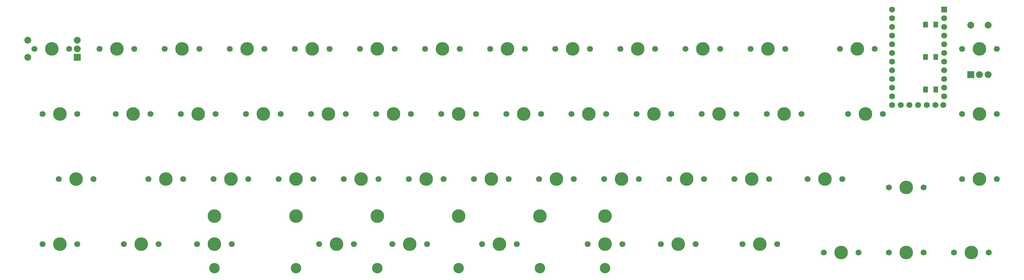
<source format=gts>
G04 #@! TF.GenerationSoftware,KiCad,Pcbnew,(5.1.9)-1*
G04 #@! TF.CreationDate,2021-06-08T15:00:23-04:00*
G04 #@! TF.ProjectId,kastenwagen-48-pcb,6b617374-656e-4776-9167-656e2d34382d,rev?*
G04 #@! TF.SameCoordinates,Original*
G04 #@! TF.FileFunction,Soldermask,Top*
G04 #@! TF.FilePolarity,Negative*
%FSLAX46Y46*%
G04 Gerber Fmt 4.6, Leading zero omitted, Abs format (unit mm)*
G04 Created by KiCad (PCBNEW (5.1.9)-1) date 2021-06-08 15:00:23*
%MOMM*%
%LPD*%
G01*
G04 APERTURE LIST*
%ADD10R,2.000000X2.000000*%
%ADD11C,2.000000*%
%ADD12C,3.987800*%
%ADD13C,1.750000*%
%ADD14C,3.048000*%
%ADD15C,1.752600*%
%ADD16R,1.752600X1.752600*%
G04 APERTURE END LIST*
D10*
G04 #@! TO.C,RSW170*
X294362500Y-32900000D03*
D11*
X296862500Y-32900000D03*
X299362500Y-32900000D03*
X294362500Y-18400000D03*
X299362500Y-18400000D03*
G04 #@! TD*
D12*
G04 #@! TO.C,MX170*
X296862500Y-25400000D03*
D13*
X291782500Y-25400000D03*
X301942500Y-25400000D03*
G04 #@! TD*
G04 #@! TO.C,D3*
G36*
G01*
X281812500Y-36625000D02*
X281812500Y-37875000D01*
G75*
G02*
X281562500Y-38125000I-250000J0D01*
G01*
X280637500Y-38125000D01*
G75*
G02*
X280387500Y-37875000I0J250000D01*
G01*
X280387500Y-36625000D01*
G75*
G02*
X280637500Y-36375000I250000J0D01*
G01*
X281562500Y-36375000D01*
G75*
G02*
X281812500Y-36625000I0J-250000D01*
G01*
G37*
G36*
G01*
X284787500Y-36625000D02*
X284787500Y-37875000D01*
G75*
G02*
X284537500Y-38125000I-250000J0D01*
G01*
X283612500Y-38125000D01*
G75*
G02*
X283362500Y-37875000I0J250000D01*
G01*
X283362500Y-36625000D01*
G75*
G02*
X283612500Y-36375000I250000J0D01*
G01*
X284537500Y-36375000D01*
G75*
G02*
X284787500Y-36625000I0J-250000D01*
G01*
G37*
G04 #@! TD*
G04 #@! TO.C,D2*
G36*
G01*
X281812500Y-27122500D02*
X281812500Y-28372500D01*
G75*
G02*
X281562500Y-28622500I-250000J0D01*
G01*
X280637500Y-28622500D01*
G75*
G02*
X280387500Y-28372500I0J250000D01*
G01*
X280387500Y-27122500D01*
G75*
G02*
X280637500Y-26872500I250000J0D01*
G01*
X281562500Y-26872500D01*
G75*
G02*
X281812500Y-27122500I0J-250000D01*
G01*
G37*
G36*
G01*
X284787500Y-27122500D02*
X284787500Y-28372500D01*
G75*
G02*
X284537500Y-28622500I-250000J0D01*
G01*
X283612500Y-28622500D01*
G75*
G02*
X283362500Y-28372500I0J250000D01*
G01*
X283362500Y-27122500D01*
G75*
G02*
X283612500Y-26872500I250000J0D01*
G01*
X284537500Y-26872500D01*
G75*
G02*
X284787500Y-27122500I0J-250000D01*
G01*
G37*
G04 #@! TD*
G04 #@! TO.C,D1*
G36*
G01*
X281812500Y-17625000D02*
X281812500Y-18875000D01*
G75*
G02*
X281562500Y-19125000I-250000J0D01*
G01*
X280637500Y-19125000D01*
G75*
G02*
X280387500Y-18875000I0J250000D01*
G01*
X280387500Y-17625000D01*
G75*
G02*
X280637500Y-17375000I250000J0D01*
G01*
X281562500Y-17375000D01*
G75*
G02*
X281812500Y-17625000I0J-250000D01*
G01*
G37*
G36*
G01*
X284787500Y-17625000D02*
X284787500Y-18875000D01*
G75*
G02*
X284537500Y-19125000I-250000J0D01*
G01*
X283612500Y-19125000D01*
G75*
G02*
X283362500Y-18875000I0J250000D01*
G01*
X283362500Y-17625000D01*
G75*
G02*
X283612500Y-17375000I250000J0D01*
G01*
X284537500Y-17375000D01*
G75*
G02*
X284787500Y-17625000I0J-250000D01*
G01*
G37*
G04 #@! TD*
D12*
G04 #@! TO.C,MX437*
X156368750Y-82550000D03*
D13*
X151288750Y-82550000D03*
X161448750Y-82550000D03*
D14*
X144462500Y-89535000D03*
X168275000Y-89535000D03*
D12*
X144462500Y-74295000D03*
X168275000Y-74295000D03*
G04 #@! TD*
G04 #@! TO.C,MX417*
X108743750Y-82550000D03*
D13*
X103663750Y-82550000D03*
X113823750Y-82550000D03*
D14*
X96837500Y-89535000D03*
X120650000Y-89535000D03*
D12*
X96837500Y-74295000D03*
X120650000Y-74295000D03*
G04 #@! TD*
G04 #@! TO.C,MX417.700*
X130175000Y-82550000D03*
D13*
X125095000Y-82550000D03*
X135255000Y-82550000D03*
D14*
X73025000Y-89535000D03*
X187325000Y-89535000D03*
D12*
X73025000Y-74295000D03*
X187325000Y-74295000D03*
G04 #@! TD*
G04 #@! TO.C,MX253*
X239712500Y-44450000D03*
D13*
X234632500Y-44450000D03*
X244792500Y-44450000D03*
G04 #@! TD*
D10*
G04 #@! TO.C,RSW100*
X32900000Y-27856250D03*
D11*
X32900000Y-25356250D03*
X32900000Y-22856250D03*
X18400000Y-27856250D03*
X18400000Y-22856250D03*
G04 #@! TD*
D15*
G04 #@! TO.C,U1*
X283960000Y-41780000D03*
X281420000Y-41780000D03*
X278880000Y-41780000D03*
X276340000Y-41780000D03*
X273800000Y-41780000D03*
X271260000Y-13840000D03*
X286271400Y-41780000D03*
X271260000Y-16380000D03*
X271260000Y-18920000D03*
X271260000Y-21460000D03*
X271260000Y-24000000D03*
X271260000Y-26540000D03*
X271260000Y-29080000D03*
X271260000Y-31620000D03*
X271260000Y-34160000D03*
X271260000Y-36700000D03*
X271260000Y-39240000D03*
X271260000Y-41780000D03*
X286500000Y-39240000D03*
X286500000Y-36700000D03*
X286500000Y-34160000D03*
X286500000Y-31620000D03*
X286500000Y-29080000D03*
X286500000Y-26540000D03*
X286500000Y-24000000D03*
X286500000Y-21460000D03*
X286500000Y-18920000D03*
X286500000Y-16380000D03*
D16*
X286500000Y-13840000D03*
G04 #@! TD*
D12*
G04 #@! TO.C,MX476*
X294481250Y-84931250D03*
D13*
X289401250Y-84931250D03*
X299561250Y-84931250D03*
G04 #@! TD*
D12*
G04 #@! TO.C,MX467*
X275431250Y-84931250D03*
D13*
X270351250Y-84931250D03*
X280511250Y-84931250D03*
G04 #@! TD*
D12*
G04 #@! TO.C,MX457*
X256381250Y-84931250D03*
D13*
X251301250Y-84931250D03*
X261461250Y-84931250D03*
G04 #@! TD*
D12*
G04 #@! TO.C,MX456*
X232568750Y-82550000D03*
D13*
X227488750Y-82550000D03*
X237648750Y-82550000D03*
G04 #@! TD*
D12*
G04 #@! TO.C,MX447*
X208756250Y-82550000D03*
D13*
X203676250Y-82550000D03*
X213836250Y-82550000D03*
G04 #@! TD*
D12*
G04 #@! TO.C,MX446*
X187325000Y-82550000D03*
D13*
X182245000Y-82550000D03*
X192405000Y-82550000D03*
G04 #@! TD*
D12*
G04 #@! TO.C,MX416*
X73025000Y-82550000D03*
D13*
X67945000Y-82550000D03*
X78105000Y-82550000D03*
G04 #@! TD*
D12*
G04 #@! TO.C,MX407*
X51593750Y-82550000D03*
D13*
X46513750Y-82550000D03*
X56673750Y-82550000D03*
G04 #@! TD*
D12*
G04 #@! TO.C,MX406*
X27781250Y-82550000D03*
D13*
X22701250Y-82550000D03*
X32861250Y-82550000D03*
G04 #@! TD*
D12*
G04 #@! TO.C,MX374*
X296862500Y-63500000D03*
D13*
X291782500Y-63500000D03*
X301942500Y-63500000D03*
G04 #@! TD*
D12*
G04 #@! TO.C,MX364*
X275431250Y-65881250D03*
D13*
X270351250Y-65881250D03*
X280511250Y-65881250D03*
G04 #@! TD*
D12*
G04 #@! TO.C,MX355*
X251618750Y-63500000D03*
D13*
X246538750Y-63500000D03*
X256698750Y-63500000D03*
G04 #@! TD*
D12*
G04 #@! TO.C,MX354*
X230187500Y-63500000D03*
D13*
X225107500Y-63500000D03*
X235267500Y-63500000D03*
G04 #@! TD*
D12*
G04 #@! TO.C,MX345*
X211137500Y-63500000D03*
D13*
X206057500Y-63500000D03*
X216217500Y-63500000D03*
G04 #@! TD*
D12*
G04 #@! TO.C,MX344*
X192087500Y-63500000D03*
D13*
X187007500Y-63500000D03*
X197167500Y-63500000D03*
G04 #@! TD*
D12*
G04 #@! TO.C,MX335*
X173037500Y-63500000D03*
D13*
X167957500Y-63500000D03*
X178117500Y-63500000D03*
G04 #@! TD*
D12*
G04 #@! TO.C,MX334*
X153987500Y-63500000D03*
D13*
X148907500Y-63500000D03*
X159067500Y-63500000D03*
G04 #@! TD*
D12*
G04 #@! TO.C,MX325*
X134937500Y-63500000D03*
D13*
X129857500Y-63500000D03*
X140017500Y-63500000D03*
G04 #@! TD*
D12*
G04 #@! TO.C,MX324*
X115887500Y-63500000D03*
D13*
X110807500Y-63500000D03*
X120967500Y-63500000D03*
G04 #@! TD*
D12*
G04 #@! TO.C,MX315*
X96837500Y-63500000D03*
D13*
X91757500Y-63500000D03*
X101917500Y-63500000D03*
G04 #@! TD*
D12*
G04 #@! TO.C,MX314*
X77787500Y-63500000D03*
D13*
X72707500Y-63500000D03*
X82867500Y-63500000D03*
G04 #@! TD*
D12*
G04 #@! TO.C,MX305*
X58737500Y-63500000D03*
D13*
X53657500Y-63500000D03*
X63817500Y-63500000D03*
G04 #@! TD*
D12*
G04 #@! TO.C,MX304*
X32543750Y-63500000D03*
D13*
X27463750Y-63500000D03*
X37623750Y-63500000D03*
G04 #@! TD*
D12*
G04 #@! TO.C,MX272*
X296862500Y-44450000D03*
D13*
X291782500Y-44450000D03*
X301942500Y-44450000D03*
G04 #@! TD*
D12*
G04 #@! TO.C,MX262*
X263525000Y-44450000D03*
D13*
X258445000Y-44450000D03*
X268605000Y-44450000D03*
G04 #@! TD*
D12*
G04 #@! TO.C,MX252*
X220662500Y-44450000D03*
D13*
X215582500Y-44450000D03*
X225742500Y-44450000D03*
G04 #@! TD*
D12*
G04 #@! TO.C,MX243*
X201612500Y-44450000D03*
D13*
X196532500Y-44450000D03*
X206692500Y-44450000D03*
G04 #@! TD*
D12*
G04 #@! TO.C,MX242*
X182562500Y-44450000D03*
D13*
X177482500Y-44450000D03*
X187642500Y-44450000D03*
G04 #@! TD*
D12*
G04 #@! TO.C,MX233*
X163512500Y-44450000D03*
D13*
X158432500Y-44450000D03*
X168592500Y-44450000D03*
G04 #@! TD*
D12*
G04 #@! TO.C,MX232*
X144462500Y-44450000D03*
D13*
X139382500Y-44450000D03*
X149542500Y-44450000D03*
G04 #@! TD*
D12*
G04 #@! TO.C,MX223*
X125412500Y-44450000D03*
D13*
X120332500Y-44450000D03*
X130492500Y-44450000D03*
G04 #@! TD*
D12*
G04 #@! TO.C,MX222*
X106362500Y-44450000D03*
D13*
X101282500Y-44450000D03*
X111442500Y-44450000D03*
G04 #@! TD*
D12*
G04 #@! TO.C,MX213*
X87312500Y-44450000D03*
D13*
X82232500Y-44450000D03*
X92392500Y-44450000D03*
G04 #@! TD*
D12*
G04 #@! TO.C,MX212*
X68262500Y-44450000D03*
D13*
X63182500Y-44450000D03*
X73342500Y-44450000D03*
G04 #@! TD*
D12*
G04 #@! TO.C,MX203*
X49212500Y-44450000D03*
D13*
X44132500Y-44450000D03*
X54292500Y-44450000D03*
G04 #@! TD*
D12*
G04 #@! TO.C,MX202*
X27781250Y-44450000D03*
D13*
X22701250Y-44450000D03*
X32861250Y-44450000D03*
G04 #@! TD*
D12*
G04 #@! TO.C,MX160*
X261143750Y-25400000D03*
D13*
X256063750Y-25400000D03*
X266223750Y-25400000D03*
G04 #@! TD*
D12*
G04 #@! TO.C,MX151*
X234950000Y-25400000D03*
D13*
X229870000Y-25400000D03*
X240030000Y-25400000D03*
G04 #@! TD*
D12*
G04 #@! TO.C,MX150*
X215900000Y-25400000D03*
D13*
X210820000Y-25400000D03*
X220980000Y-25400000D03*
G04 #@! TD*
D12*
G04 #@! TO.C,MX141*
X196850000Y-25400000D03*
D13*
X191770000Y-25400000D03*
X201930000Y-25400000D03*
G04 #@! TD*
D12*
G04 #@! TO.C,MX140*
X177800000Y-25400000D03*
D13*
X172720000Y-25400000D03*
X182880000Y-25400000D03*
G04 #@! TD*
D12*
G04 #@! TO.C,MX131*
X158750000Y-25400000D03*
D13*
X153670000Y-25400000D03*
X163830000Y-25400000D03*
G04 #@! TD*
D12*
G04 #@! TO.C,MX130*
X139700000Y-25400000D03*
D13*
X134620000Y-25400000D03*
X144780000Y-25400000D03*
G04 #@! TD*
D12*
G04 #@! TO.C,MX121*
X120650000Y-25400000D03*
D13*
X115570000Y-25400000D03*
X125730000Y-25400000D03*
G04 #@! TD*
D12*
G04 #@! TO.C,MX120*
X101600000Y-25400000D03*
D13*
X96520000Y-25400000D03*
X106680000Y-25400000D03*
G04 #@! TD*
D12*
G04 #@! TO.C,MX111*
X82550000Y-25400000D03*
D13*
X77470000Y-25400000D03*
X87630000Y-25400000D03*
G04 #@! TD*
D12*
G04 #@! TO.C,MX110*
X63500000Y-25400000D03*
D13*
X58420000Y-25400000D03*
X68580000Y-25400000D03*
G04 #@! TD*
D12*
G04 #@! TO.C,MX101*
X44450000Y-25400000D03*
D13*
X39370000Y-25400000D03*
X49530000Y-25400000D03*
G04 #@! TD*
D12*
G04 #@! TO.C,MX100*
X25400000Y-25400000D03*
D13*
X20320000Y-25400000D03*
X30480000Y-25400000D03*
G04 #@! TD*
M02*

</source>
